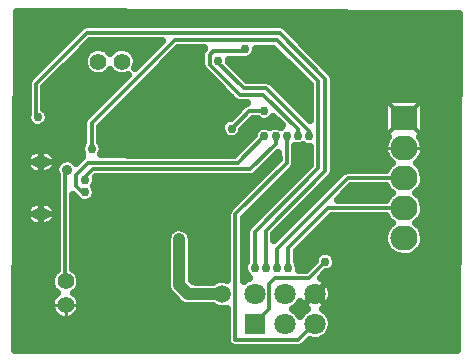
<source format=gbr>
G04 DipTrace 2.4.0.2*
%INBottom.gbr*%
%MOMM*%
%ADD13C,0.33*%
%ADD14C,0.3*%
%ADD16C,0.635*%
%ADD21C,0.5*%
%ADD22C,0.914*%
%ADD23C,1.0*%
%ADD24C,0.254*%
%ADD30R,1.8X1.8*%
%ADD31C,1.8*%
%ADD33C,1.422*%
%ADD43R,2.3X2.1*%
%ADD44O,2.3X2.1*%
%ADD50O,1.5X1.0*%
%ADD56C,0.75*%
%ADD57C,1.5*%
%FSLAX53Y53*%
G04*
G71*
G90*
G75*
G01*
%LNBottom*%
%LPD*%
X21938Y21000D2*
D13*
X20669D1*
X19186Y19517D1*
X22084Y7680D2*
Y10882D1*
X27125Y15924D1*
Y23750D1*
X23250Y27625D1*
X6924D1*
X2625Y23326D1*
Y20640D1*
X2783Y20482D1*
X21130Y2962D2*
D14*
X21801Y3632D1*
X21757D1*
X22375Y4250D1*
Y6375D1*
X22875Y6875D1*
X25750D1*
X27125Y8250D1*
X23035Y7680D2*
D13*
Y9319D1*
X29042Y15326D1*
X33779D1*
X23987Y7680D2*
Y9432D1*
X27340Y12786D1*
X33779D1*
X21132Y7680D2*
Y10769D1*
X26500Y16137D1*
Y23500D1*
X23000Y27000D1*
X14375D1*
X7338Y19963D1*
Y17815D1*
X26210Y2962D2*
X26152D1*
X24815Y1625D1*
X19500D1*
Y12250D1*
X23848Y16598D1*
Y18856D1*
X6779Y15148D2*
Y15441D1*
X7417Y16078D1*
X20752D1*
X22897Y18223D1*
Y18856D1*
X24799Y18919D2*
Y19447D1*
X21872Y22375D1*
X19875D1*
X17312Y24938D1*
Y25750D1*
X17625Y26062D1*
X20125D1*
X20312Y26250D1*
X25751Y18856D2*
Y19283D1*
X22097Y22938D1*
X20188D1*
X17875Y25250D1*
X18062D1*
X6779Y14134D2*
X6491D1*
X6000Y14625D1*
Y15625D1*
X6987Y16612D1*
X19700D1*
X21945Y18856D1*
X18375Y5500D2*
D23*
X15500D1*
X14750Y6250D1*
Y10125D1*
X5250Y16000D2*
D13*
X5062D1*
Y6511D1*
X5123Y6572D1*
D22*
X29750Y4500D3*
X14750Y10125D3*
D56*
X19186Y19517D3*
D22*
X16125Y15125D3*
X29750Y8500D3*
D56*
X27125Y8250D3*
D57*
X18375Y5500D3*
D22*
X16125Y8625D3*
X13375Y20375D3*
D56*
X25751Y18856D3*
X24799Y18919D3*
X22897Y18856D3*
X21945D3*
X21938Y21000D3*
X23848Y18856D3*
X23035Y7680D3*
X22084D3*
X21132D3*
X23987D3*
X2783Y20482D3*
X7338Y17815D3*
X6779Y15148D3*
Y14134D3*
X20312Y26250D3*
X18062Y25250D3*
D22*
X16125Y20375D3*
X23438Y14375D3*
X23188Y25188D3*
X31750Y16500D3*
X20688Y23750D3*
X26750Y14375D3*
X6250Y11062D3*
X13375Y15125D3*
X6250Y12875D3*
X13375Y10250D3*
D57*
X1625Y28688D3*
D22*
X16125Y10250D3*
X31750Y11625D3*
Y13875D3*
X7125Y21500D3*
X29750Y6500D3*
X8375Y22375D3*
X10375Y18750D3*
X5250Y16000D3*
X26750Y25375D3*
X27938Y21938D3*
D57*
X37625Y28688D3*
Y1500D3*
X1625D3*
D22*
X23000Y10500D3*
X20312Y9500D3*
X29750Y2500D3*
X18375Y3625D3*
X14750Y3125D3*
X9750D3*
X18375Y1875D3*
X16125Y18875D3*
Y17500D3*
X13375Y18875D3*
Y17500D3*
Y11875D3*
X5750Y17375D3*
X13375Y13500D3*
X16500Y28938D3*
X20750D3*
X11250D3*
X25250D3*
X25125Y21125D3*
X19000Y22062D3*
X6250Y9188D3*
X21500Y15562D3*
X1027Y28719D2*
D16*
X38335D1*
X1027Y28087D2*
X6327D1*
X23847D2*
X38335D1*
X1027Y27455D2*
X5692D1*
X24482D2*
X38325D1*
X1017Y26824D2*
X5057D1*
X7188D2*
X13133D1*
X25117D2*
X38325D1*
X1017Y26192D2*
X4432D1*
X6553D2*
X7101D1*
X8716D2*
X9095D1*
X10710D2*
X12508D1*
X14629D2*
X16695D1*
X21287D2*
X22747D1*
X25742D2*
X38325D1*
X1017Y25560D2*
X3797D1*
X5918D2*
X6644D1*
X11167D2*
X11873D1*
X13994D2*
X16546D1*
X20979D2*
X23382D1*
X26377D2*
X38325D1*
X1017Y24929D2*
X3162D1*
X5293D2*
X6615D1*
X13369D2*
X16546D1*
X19253D2*
X24008D1*
X27012D2*
X38315D1*
X1007Y24297D2*
X2537D1*
X4658D2*
X6962D1*
X12734D2*
X16894D1*
X19888D2*
X24643D1*
X27637D2*
X38315D1*
X1007Y23665D2*
X1941D1*
X4023D2*
X9978D1*
X12099D2*
X17519D1*
X20523D2*
X25278D1*
X27895D2*
X38315D1*
X1007Y23034D2*
X1852D1*
X3398D2*
X9343D1*
X11474D2*
X18154D1*
X23063D2*
X25734D1*
X27895D2*
X38315D1*
X1007Y22402D2*
X1852D1*
X3398D2*
X8718D1*
X10839D2*
X18789D1*
X23698D2*
X25734D1*
X27895D2*
X38305D1*
X997Y21770D2*
X1852D1*
X3398D2*
X8083D1*
X10204D2*
X19443D1*
X24323D2*
X25734D1*
X27895D2*
X32024D1*
X35535D2*
X38305D1*
X997Y21139D2*
X1852D1*
X3487D2*
X7448D1*
X9579D2*
X19751D1*
X24958D2*
X25734D1*
X27895D2*
X32024D1*
X35535D2*
X38305D1*
X997Y20507D2*
X1802D1*
X3765D2*
X6823D1*
X8944D2*
X19116D1*
X27895D2*
X32024D1*
X35535D2*
X38305D1*
X987Y19875D2*
X2031D1*
X3537D2*
X6565D1*
X8309D2*
X18283D1*
X20602D2*
X23313D1*
X27895D2*
X32024D1*
X35535D2*
X38295D1*
X987Y19244D2*
X6565D1*
X8111D2*
X18253D1*
X20126D2*
X21051D1*
X27895D2*
X32024D1*
X35535D2*
X38295D1*
X987Y18612D2*
X6565D1*
X8111D2*
X18977D1*
X19400D2*
X20644D1*
X27895D2*
X32213D1*
X35346D2*
X38295D1*
X987Y17980D2*
X6376D1*
X8299D2*
X20009D1*
X24621D2*
X25416D1*
X27895D2*
X32024D1*
X35525D2*
X38285D1*
X977Y17349D2*
X1941D1*
X4172D2*
X6486D1*
X8190D2*
X19374D1*
X24621D2*
X25734D1*
X27895D2*
X32114D1*
X35445D2*
X38285D1*
X977Y16717D2*
X1703D1*
X22448D2*
X22906D1*
X24621D2*
X25734D1*
X27895D2*
X32511D1*
X35039D2*
X38285D1*
X977Y16085D2*
X1902D1*
X21823D2*
X22271D1*
X24393D2*
X25387D1*
X27895D2*
X32223D1*
X35336D2*
X38285D1*
X977Y15454D2*
X4293D1*
X21148D2*
X21646D1*
X23767D2*
X24752D1*
X27716D2*
X28105D1*
X35525D2*
X38275D1*
X967Y14822D2*
X4293D1*
X7694D2*
X21011D1*
X23132D2*
X24127D1*
X27081D2*
X27480D1*
X35455D2*
X38275D1*
X967Y14190D2*
X4293D1*
X7754D2*
X20376D1*
X22497D2*
X23492D1*
X26456D2*
X26845D1*
X28967D2*
X32501D1*
X35059D2*
X38275D1*
X967Y13559D2*
X4293D1*
X7555D2*
X19751D1*
X21872D2*
X22857D1*
X25821D2*
X26210D1*
X28332D2*
X32223D1*
X35336D2*
X38275D1*
X967Y12927D2*
X1921D1*
X5829D2*
X19116D1*
X21237D2*
X22232D1*
X25186D2*
X25585D1*
X35525D2*
X38265D1*
X957Y12295D2*
X1703D1*
X5829D2*
X18729D1*
X20602D2*
X21597D1*
X24561D2*
X24950D1*
X35455D2*
X38265D1*
X957Y11664D2*
X1912D1*
X5829D2*
X18729D1*
X20265D2*
X20962D1*
X23926D2*
X24315D1*
X27280D2*
X32491D1*
X35068D2*
X38265D1*
X957Y11032D2*
X4293D1*
X5829D2*
X14175D1*
X15324D2*
X18729D1*
X23291D2*
X23690D1*
X26645D2*
X32233D1*
X35326D2*
X38265D1*
X957Y10400D2*
X4293D1*
X5829D2*
X13679D1*
X15820D2*
X18729D1*
X22855D2*
X23056D1*
X26020D2*
X32034D1*
X35525D2*
X38255D1*
X947Y9769D2*
X4293D1*
X5829D2*
X13649D1*
X15850D2*
X18729D1*
X25385D2*
X32094D1*
X35465D2*
X38255D1*
X947Y9137D2*
X4293D1*
X5829D2*
X13649D1*
X15850D2*
X18729D1*
X24760D2*
X26835D1*
X27418D2*
X32471D1*
X35088D2*
X38255D1*
X947Y8505D2*
X4293D1*
X5829D2*
X13649D1*
X15850D2*
X18729D1*
X24760D2*
X26180D1*
X28064D2*
X38255D1*
X937Y7874D2*
X4293D1*
X5829D2*
X13649D1*
X15850D2*
X18729D1*
X24948D2*
X25704D1*
X28024D2*
X38245D1*
X937Y7242D2*
X4005D1*
X6245D2*
X13649D1*
X15850D2*
X18729D1*
X27161D2*
X38245D1*
X937Y6610D2*
X3807D1*
X6434D2*
X13649D1*
X15929D2*
X17658D1*
X27190D2*
X38245D1*
X937Y5979D2*
X3955D1*
X6285D2*
X13679D1*
X27637D2*
X38236D1*
X927Y5347D2*
X4075D1*
X6166D2*
X14115D1*
X27706D2*
X38236D1*
X927Y4715D2*
X3817D1*
X6434D2*
X14750D1*
X27478D2*
X38236D1*
X927Y4084D2*
X3906D1*
X6335D2*
X18729D1*
X24641D2*
X25238D1*
X27181D2*
X38236D1*
X927Y3452D2*
X4501D1*
X5749D2*
X18729D1*
X27627D2*
X38226D1*
X917Y2820D2*
X18729D1*
X27706D2*
X38226D1*
X917Y2189D2*
X18729D1*
X27488D2*
X38226D1*
X917Y1557D2*
X18739D1*
X26595D2*
X38226D1*
X917Y925D2*
X19344D1*
X24968D2*
X38216D1*
X24339Y4228D2*
X24455Y4171D1*
X24700Y3970D1*
X24934Y3640D1*
X25232Y4020D1*
X25532Y4228D1*
X25259Y4419D1*
X25046Y4653D1*
X24939Y4823D1*
X24808Y4617D1*
X24587Y4390D1*
X24347Y4233D1*
X27616Y2647D2*
X27514Y2347D1*
X27348Y2077D1*
X27127Y1850D1*
X26862Y1676D1*
X26565Y1565D1*
X26251Y1521D1*
X25935Y1547D1*
X25775Y1597D1*
X25314Y1126D1*
X25038Y957D1*
X25118Y987D1*
X24815Y919D1*
X19500D1*
X19193Y989D1*
X18947Y1186D1*
X18811Y1480D1*
X18794Y1943D1*
Y4274D1*
X18498Y4215D1*
X18181Y4224D1*
X17876Y4309D1*
X17610Y4462D1*
X15500Y4459D1*
X15187Y4507D1*
X14834Y4700D1*
X14014Y5514D1*
X13827Y5769D1*
X13713Y6155D1*
X13709Y10125D1*
X13757Y10438D1*
X13897Y10721D1*
X14115Y10950D1*
X14392Y11103D1*
X14702Y11165D1*
X15017Y11131D1*
X15307Y11005D1*
X15545Y10797D1*
X15710Y10527D1*
X15791Y10125D1*
Y6682D1*
X16135Y6541D1*
X17613D1*
X17721Y6613D1*
X18011Y6739D1*
X18324Y6790D1*
X18639Y6764D1*
X18799Y6709D1*
X18794Y12250D1*
X18870Y12565D1*
X18835Y12487D1*
X19001Y12749D1*
X23147Y16896D1*
X23142Y17461D1*
X21251Y15579D1*
X20975Y15411D1*
X21055Y15440D1*
X20752Y15372D1*
X7705D1*
X7670Y15333D1*
X7695Y15148D1*
X7641Y14837D1*
X7538Y14657D1*
X7626Y14483D1*
X7695Y14134D1*
X7641Y13823D1*
X7484Y13548D1*
X7243Y13344D1*
X6947Y13233D1*
X6631Y13230D1*
X6333Y13334D1*
X6062Y13575D1*
X5774Y13852D1*
X5769Y10602D1*
Y7636D1*
X5843Y7597D1*
X6077Y7384D1*
X6250Y7118D1*
X6351Y6818D1*
X6376Y6572D1*
X6336Y6258D1*
X6218Y5964D1*
X6030Y5709D1*
X5869Y5578D1*
X6077Y5384D1*
X6221Y5175D1*
X6320Y4941D1*
X6370Y4693D1*
X6361Y4382D1*
X6298Y4137D1*
X6186Y3909D1*
X6030Y3709D1*
X5838Y3544D1*
X5616Y3421D1*
X5374Y3345D1*
X5122Y3320D1*
X4870Y3346D1*
X4628Y3422D1*
X4406Y3545D1*
X4214Y3711D1*
X4059Y3912D1*
X3948Y4140D1*
X3885Y4385D1*
X3873Y4639D1*
X3912Y4889D1*
X4001Y5127D1*
X4135Y5341D1*
X4311Y5525D1*
X4371Y5573D1*
X4094Y5859D1*
X3948Y6140D1*
X3877Y6448D1*
X3886Y6765D1*
X3974Y7069D1*
X4135Y7341D1*
X4353Y7558D1*
X4356Y15550D1*
X4290Y15725D1*
X4253Y16039D1*
X4315Y16349D1*
X4471Y16624D1*
X4705Y16836D1*
X4994Y16965D1*
X5308Y16997D1*
X5617Y16928D1*
X5889Y16767D1*
X6012Y16625D1*
X6496Y17116D1*
X6484Y17485D1*
X6422Y17795D1*
X6470Y18107D1*
X6628Y18391D1*
X6632Y19963D1*
X6708Y20278D1*
X6673Y20200D1*
X6839Y20462D1*
X10424Y24047D1*
X10279Y23990D1*
X9967Y23935D1*
X9651Y23959D1*
X9352Y24062D1*
X9087Y24237D1*
X8909Y24435D1*
X8812Y24322D1*
X8566Y24122D1*
X8279Y23990D1*
X7967Y23935D1*
X7651Y23959D1*
X7352Y24062D1*
X7087Y24237D1*
X6876Y24472D1*
X6730Y24753D1*
X6659Y25062D1*
X6668Y25378D1*
X6755Y25683D1*
X6917Y25955D1*
X7141Y26178D1*
X7415Y26338D1*
X7720Y26424D1*
X8036Y26431D1*
X8344Y26358D1*
X8624Y26210D1*
X8896Y25939D1*
X9141Y26178D1*
X9415Y26338D1*
X9720Y26424D1*
X10036Y26431D1*
X10344Y26358D1*
X10624Y26210D1*
X10858Y25997D1*
X11032Y25732D1*
X11133Y25432D1*
X11157Y25186D1*
X11117Y24871D1*
X11032Y24660D1*
X13300Y26924D1*
X7206Y26919D1*
X6076Y25779D1*
X3333Y23036D1*
X3331Y21213D1*
X3461Y21098D1*
X3630Y20831D1*
X3699Y20482D1*
X3645Y20171D1*
X3488Y19896D1*
X3247Y19692D1*
X2951Y19581D1*
X2635Y19578D1*
X2337Y19682D1*
X2092Y19881D1*
X1929Y20152D1*
X1868Y20462D1*
X1920Y20783D1*
X1919Y23326D1*
X1995Y23641D1*
X1960Y23563D1*
X2126Y23825D1*
X6425Y28124D1*
X6701Y28293D1*
X6621Y28263D1*
X6924Y28331D1*
X23250D1*
X23565Y28255D1*
X23487Y28290D1*
X23749Y28124D1*
X27624Y24249D1*
X27793Y23973D1*
X27763Y24053D1*
X27831Y23750D1*
Y15924D1*
X27755Y15609D1*
X27790Y15687D1*
X27624Y15424D1*
X22790Y10590D1*
Y10079D1*
X28542Y15825D1*
X28819Y15993D1*
X28739Y15963D1*
X29042Y16032D1*
X32246D1*
X32413Y16288D1*
X32629Y16520D1*
X32734Y16595D1*
X32556Y16739D1*
X32355Y16984D1*
X32206Y17264D1*
X32116Y17568D1*
X32088Y17884D1*
X32124Y18199D1*
X32221Y18501D1*
X32375Y18777D1*
X32402Y18814D1*
X32088Y18815D1*
Y21997D1*
X35470D1*
Y18815D1*
X35155D1*
X35308Y18566D1*
X35418Y18269D1*
X35468Y17956D1*
X35450Y17613D1*
X35369Y17306D1*
X35228Y17022D1*
X35034Y16771D1*
X34838Y16596D1*
X35101Y16345D1*
X35279Y16083D1*
X35401Y15790D1*
X35470Y15326D1*
X35439Y15010D1*
X35345Y14707D1*
X35194Y14429D1*
X34990Y14186D1*
X34827Y14057D1*
X35101Y13805D1*
X35279Y13543D1*
X35401Y13250D1*
X35470Y12786D1*
X35439Y12470D1*
X35345Y12167D1*
X35194Y11889D1*
X34990Y11646D1*
X34827Y11517D1*
X35101Y11265D1*
X35279Y11003D1*
X35401Y10710D1*
X35470Y10246D1*
X35439Y9930D1*
X35345Y9627D1*
X35194Y9349D1*
X34990Y9106D1*
X34742Y8909D1*
X34460Y8764D1*
X34155Y8679D1*
X33679Y8655D1*
X33324Y8695D1*
X33024Y8796D1*
X32749Y8955D1*
X32512Y9165D1*
X32321Y9418D1*
X32184Y9703D1*
X32106Y10011D1*
X32090Y10327D1*
X32138Y10641D1*
X32247Y10938D1*
X32413Y11208D1*
X32629Y11440D1*
X32734Y11515D1*
X32512Y11705D1*
X32321Y11958D1*
X32265Y12074D1*
X29017Y12080D1*
X27638D1*
X24689Y9137D1*
X24693Y8272D1*
X24834Y8029D1*
X24903Y7680D1*
X24884Y7573D1*
X25465Y7566D1*
X26209Y8311D1*
X26257Y8542D1*
X26408Y8820D1*
X26644Y9029D1*
X26937Y9147D1*
X27253Y9157D1*
X27553Y9060D1*
X27803Y8866D1*
X27972Y8599D1*
X28041Y8250D1*
X27987Y7939D1*
X27830Y7665D1*
X27589Y7460D1*
X27293Y7350D1*
X27204Y7349D1*
X26711Y6853D1*
X26995Y6711D1*
X27240Y6510D1*
X27435Y6261D1*
X27571Y5975D1*
X27642Y5666D1*
X27646Y5375D1*
X27583Y5064D1*
X27454Y4775D1*
X27265Y4520D1*
X27025Y4314D1*
X26891Y4232D1*
X27240Y3970D1*
X27435Y3721D1*
X27571Y3435D1*
X27642Y3126D1*
X27651Y2962D1*
X27616Y2647D1*
X20207Y6601D2*
X20407Y6748D1*
X20686Y6880D1*
X20441Y7079D1*
X20278Y7350D1*
X20216Y7660D1*
X20264Y7972D1*
X20422Y8256D1*
X20426Y10769D1*
X20503Y11084D1*
X20467Y11006D1*
X20633Y11268D1*
X25790Y16425D1*
X25794Y17933D1*
X25603Y17952D1*
X25305Y18056D1*
X25236Y18112D1*
X24967Y18018D1*
X24652Y18015D1*
X24549Y18050D1*
X24554Y16598D1*
X24478Y16283D1*
X24513Y16361D1*
X24347Y16099D1*
X20201Y11952D1*
X20206Y7805D1*
Y6604D1*
X20083Y19410D2*
X20048Y19205D1*
X19891Y18931D1*
X19650Y18727D1*
X19354Y18616D1*
X19038Y18613D1*
X18740Y18717D1*
X18495Y18916D1*
X18332Y19186D1*
X18270Y19496D1*
X18318Y19809D1*
X18469Y20086D1*
X18705Y20296D1*
X18998Y20413D1*
X19087Y20416D1*
X20170Y21499D1*
X20447Y21668D1*
X20376Y21640D1*
X20284Y21669D1*
X19875D1*
X19560Y21745D1*
X19638Y21710D1*
X19376Y21876D1*
X16813Y24438D1*
X16645Y24715D1*
X16675Y24635D1*
X16606Y24938D1*
Y25750D1*
X16683Y26065D1*
X16813Y26249D1*
X16859Y26295D1*
X14676Y26294D1*
X12629Y24256D1*
X8048Y19674D1*
X8044Y18405D1*
X8185Y18164D1*
X8254Y17815D1*
X8200Y17504D1*
X8097Y17324D1*
X12384Y17318D1*
X19399D1*
X20997Y18907D1*
X21032Y18942D1*
X21077Y19148D1*
X21228Y19426D1*
X21464Y19636D1*
X21757Y19753D1*
X22073Y19763D1*
X22412Y19636D1*
X22709Y19753D1*
X23024Y19763D1*
X23364Y19636D1*
X23402Y19846D1*
X22722Y20527D1*
X22642Y20415D1*
X22401Y20210D1*
X22105Y20100D1*
X21790Y20096D1*
X21491Y20200D1*
X21376Y20293D1*
X20955Y20294D1*
X20095Y19427D1*
X21174Y25939D2*
X21017Y25665D1*
X20776Y25460D1*
X20480Y25350D1*
X19172Y25356D1*
X18964D1*
X18979Y25250D1*
X18963Y25162D1*
X20486Y23637D1*
X22097Y23644D1*
X22411Y23567D1*
X22333Y23603D1*
X22596Y23437D1*
X25788Y20245D1*
X25794Y22804D1*
Y23211D1*
X22710Y26291D1*
X21228D1*
X21174Y25939D1*
X32727Y14054D2*
X32512Y14245D1*
X32321Y14498D1*
X32265Y14614D1*
X29325Y14620D1*
X28201Y13486D1*
X32251Y13492D1*
X32413Y13748D1*
X32629Y13980D1*
X32734Y14055D1*
X2811Y15647D2*
X2542Y15681D1*
X2307Y15775D1*
X2102Y15924D1*
X1938Y16117D1*
X1826Y16344D1*
X1772Y16592D1*
X1780Y16845D1*
X1849Y17089D1*
X1974Y17309D1*
X2149Y17493D1*
X2363Y17628D1*
X2604Y17708D1*
X2873Y17728D1*
X3420Y17723D1*
X3666Y17665D1*
X3892Y17550D1*
X4083Y17383D1*
X4228Y17176D1*
X4319Y16939D1*
X4350Y16687D1*
X4319Y16436D1*
X4229Y16199D1*
X4083Y15992D1*
X3892Y15825D1*
X3667Y15710D1*
X3420Y15652D1*
X2809Y15648D1*
X2811Y11247D2*
X2542Y11281D1*
X2307Y11375D1*
X2102Y11524D1*
X1938Y11717D1*
X1826Y11944D1*
X1772Y12192D1*
X1780Y12445D1*
X1849Y12689D1*
X1974Y12909D1*
X2149Y13093D1*
X2363Y13228D1*
X2604Y13308D1*
X2873Y13328D1*
X3420Y13323D1*
X3666Y13265D1*
X3892Y13150D1*
X4083Y12983D1*
X4228Y12776D1*
X4319Y12539D1*
X4350Y12287D1*
X4319Y12036D1*
X4229Y11799D1*
X4083Y11592D1*
X3892Y11425D1*
X3667Y11310D1*
X3420Y11252D1*
X2809Y11248D1*
X840Y798D2*
X38282Y799D1*
X38400Y29231D1*
X968Y29349D1*
X850Y804D1*
X26210Y5502D2*
D21*
X27228Y4484D1*
Y6520D2*
X25192Y4484D1*
X5123Y4572D2*
D24*
Y3321D1*
X3872Y4572D2*
X6374D1*
X32089Y21996D2*
D13*
X35470Y18815D1*
Y21996D2*
X32089Y18815D1*
X32090Y17866D2*
D24*
X35469D1*
X3059Y17727D2*
D21*
Y15648D1*
X1769Y16687D2*
X4349D1*
X3059Y13327D2*
Y11248D1*
X1769Y12287D2*
X4349D1*
D30*
X21130Y2962D3*
D31*
X23670D3*
X26210D3*
Y5502D3*
X23670D3*
X21130D3*
D33*
X5123Y6572D3*
Y4572D3*
X9905Y25186D3*
X7905D3*
D43*
X33779Y20406D3*
D44*
Y17866D3*
Y15326D3*
Y12786D3*
Y10246D3*
D50*
X3059Y16687D3*
Y12287D3*
M02*

</source>
